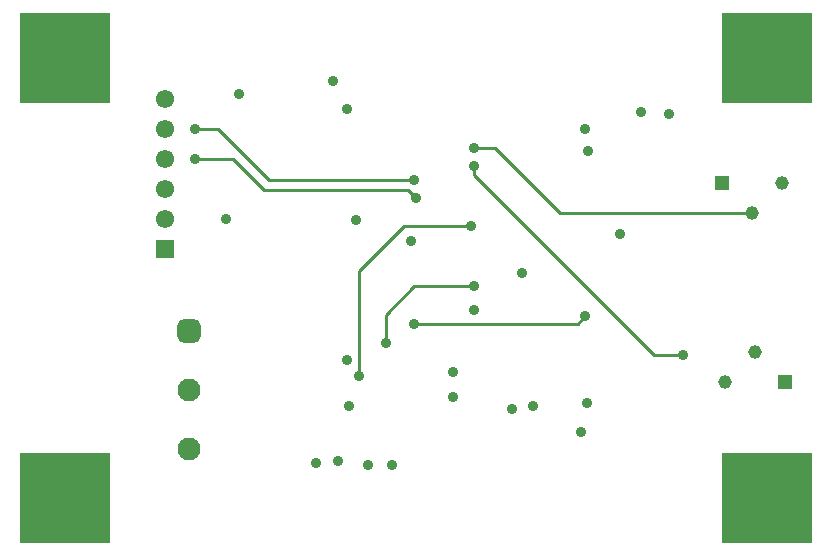
<source format=gbl>
G04*
G04 #@! TF.GenerationSoftware,Altium Limited,Altium Designer,24.9.1 (31)*
G04*
G04 Layer_Physical_Order=4*
G04 Layer_Color=16711680*
%FSLAX44Y44*%
%MOMM*%
G71*
G04*
G04 #@! TF.SameCoordinates,75EA1287-3778-4008-B1FA-0AB461243C17*
G04*
G04*
G04 #@! TF.FilePolarity,Positive*
G04*
G01*
G75*
%ADD34C,1.1500*%
%ADD35R,1.1500X1.1500*%
%ADD36C,0.2540*%
%ADD37R,7.6200X7.6200*%
%ADD38C,1.9500*%
G04:AMPARAMS|DCode=39|XSize=1.95mm|YSize=1.95mm|CornerRadius=0.4875mm|HoleSize=0mm|Usage=FLASHONLY|Rotation=270.000|XOffset=0mm|YOffset=0mm|HoleType=Round|Shape=RoundedRectangle|*
%AMROUNDEDRECTD39*
21,1,1.9500,0.9750,0,0,270.0*
21,1,0.9750,1.9500,0,0,270.0*
1,1,0.9750,-0.4875,-0.4875*
1,1,0.9750,-0.4875,0.4875*
1,1,0.9750,0.4875,0.4875*
1,1,0.9750,0.4875,-0.4875*
%
%ADD39ROUNDEDRECTD39*%
%ADD40R,1.5500X1.5500*%
%ADD41C,1.5500*%
%ADD42C,0.8890*%
D34*
X1016000Y508000D02*
D03*
X990600Y482600D02*
D03*
X1013460Y626110D02*
D03*
X1038860Y651510D02*
D03*
D35*
X1041400Y482600D02*
D03*
X988060Y651510D02*
D03*
D36*
X850900Y626110D02*
X1013460D01*
X796290Y680720D02*
X850900Y626110D01*
X778510Y680720D02*
X796290D01*
X778510Y657860D02*
Y665480D01*
Y657860D02*
X930910Y505460D01*
X542290Y671830D02*
X574040D01*
X542290Y697230D02*
X561340D01*
X728980Y532130D02*
X866140D01*
X872490Y538480D01*
X718820Y614680D02*
X775970D01*
X680720Y576580D02*
X718820Y614680D01*
X680720Y487680D02*
Y576580D01*
X703580Y539750D02*
X727710Y563880D01*
X703580Y515620D02*
Y539750D01*
X600710Y645160D02*
X722630D01*
X728980Y638810D01*
X604520Y654050D02*
X727710D01*
X561340Y697230D02*
X604520Y654050D01*
X574040Y671830D02*
X600710Y645160D01*
X727710Y563880D02*
X778510D01*
X930910Y505460D02*
X955040D01*
D37*
X431800Y756920D02*
D03*
X431800Y384810D02*
D03*
X1026160Y756920D02*
D03*
X1026160Y384810D02*
D03*
D38*
X537130Y426248D02*
D03*
Y476247D02*
D03*
D39*
Y526247D02*
D03*
D40*
X516890Y595630D02*
D03*
D41*
Y621030D02*
D03*
Y646430D02*
D03*
Y671830D02*
D03*
Y697230D02*
D03*
Y722630D02*
D03*
D42*
X760730Y491490D02*
D03*
X868680Y440690D02*
D03*
X873760Y464820D02*
D03*
X943610Y709930D02*
D03*
X919480Y711200D02*
D03*
X901700Y608330D02*
D03*
X760730Y469900D02*
D03*
X810260Y459740D02*
D03*
X778510Y680720D02*
D03*
X708660Y412750D02*
D03*
X688222Y412868D02*
D03*
X663300Y415650D02*
D03*
X644800Y414380D02*
D03*
X778510Y563880D02*
D03*
X678180Y619760D02*
D03*
X819150Y575310D02*
D03*
X778510Y665480D02*
D03*
X567910Y620810D02*
D03*
X725170Y601980D02*
D03*
X875030Y678180D02*
D03*
X872490Y697230D02*
D03*
X542290Y671830D02*
D03*
X670560Y713740D02*
D03*
X659130Y737870D02*
D03*
X542290Y697230D02*
D03*
X872490Y538480D02*
D03*
X680720Y487680D02*
D03*
X775970Y614680D02*
D03*
X727710Y532130D02*
D03*
X703580Y515620D02*
D03*
X778510Y543560D02*
D03*
X828040Y462280D02*
D03*
X670560Y501650D02*
D03*
X672320Y462770D02*
D03*
X727710Y654050D02*
D03*
X728980Y638810D02*
D03*
X579120Y726440D02*
D03*
X955040Y505460D02*
D03*
M02*

</source>
